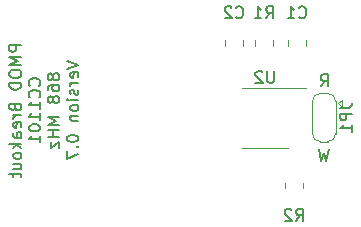
<source format=gbr>
%TF.GenerationSoftware,KiCad,Pcbnew,7.0.10*%
%TF.CreationDate,2024-01-17T20:38:39+01:00*%
%TF.ProjectId,C1101_868,43313130-315f-4383-9638-2e6b69636164,rev?*%
%TF.SameCoordinates,Original*%
%TF.FileFunction,Legend,Bot*%
%TF.FilePolarity,Positive*%
%FSLAX46Y46*%
G04 Gerber Fmt 4.6, Leading zero omitted, Abs format (unit mm)*
G04 Created by KiCad (PCBNEW 7.0.10) date 2024-01-17 20:38:39*
%MOMM*%
%LPD*%
G01*
G04 APERTURE LIST*
%ADD10C,0.150000*%
%ADD11C,0.120000*%
G04 APERTURE END LIST*
D10*
X120419819Y-43371190D02*
X119419819Y-43371190D01*
X119419819Y-43371190D02*
X119419819Y-43752142D01*
X119419819Y-43752142D02*
X119467438Y-43847380D01*
X119467438Y-43847380D02*
X119515057Y-43894999D01*
X119515057Y-43894999D02*
X119610295Y-43942618D01*
X119610295Y-43942618D02*
X119753152Y-43942618D01*
X119753152Y-43942618D02*
X119848390Y-43894999D01*
X119848390Y-43894999D02*
X119896009Y-43847380D01*
X119896009Y-43847380D02*
X119943628Y-43752142D01*
X119943628Y-43752142D02*
X119943628Y-43371190D01*
X120419819Y-44371190D02*
X119419819Y-44371190D01*
X119419819Y-44371190D02*
X120134104Y-44704523D01*
X120134104Y-44704523D02*
X119419819Y-45037856D01*
X119419819Y-45037856D02*
X120419819Y-45037856D01*
X119419819Y-45704523D02*
X119419819Y-45894999D01*
X119419819Y-45894999D02*
X119467438Y-45990237D01*
X119467438Y-45990237D02*
X119562676Y-46085475D01*
X119562676Y-46085475D02*
X119753152Y-46133094D01*
X119753152Y-46133094D02*
X120086485Y-46133094D01*
X120086485Y-46133094D02*
X120276961Y-46085475D01*
X120276961Y-46085475D02*
X120372200Y-45990237D01*
X120372200Y-45990237D02*
X120419819Y-45894999D01*
X120419819Y-45894999D02*
X120419819Y-45704523D01*
X120419819Y-45704523D02*
X120372200Y-45609285D01*
X120372200Y-45609285D02*
X120276961Y-45514047D01*
X120276961Y-45514047D02*
X120086485Y-45466428D01*
X120086485Y-45466428D02*
X119753152Y-45466428D01*
X119753152Y-45466428D02*
X119562676Y-45514047D01*
X119562676Y-45514047D02*
X119467438Y-45609285D01*
X119467438Y-45609285D02*
X119419819Y-45704523D01*
X120419819Y-46561666D02*
X119419819Y-46561666D01*
X119419819Y-46561666D02*
X119419819Y-46799761D01*
X119419819Y-46799761D02*
X119467438Y-46942618D01*
X119467438Y-46942618D02*
X119562676Y-47037856D01*
X119562676Y-47037856D02*
X119657914Y-47085475D01*
X119657914Y-47085475D02*
X119848390Y-47133094D01*
X119848390Y-47133094D02*
X119991247Y-47133094D01*
X119991247Y-47133094D02*
X120181723Y-47085475D01*
X120181723Y-47085475D02*
X120276961Y-47037856D01*
X120276961Y-47037856D02*
X120372200Y-46942618D01*
X120372200Y-46942618D02*
X120419819Y-46799761D01*
X120419819Y-46799761D02*
X120419819Y-46561666D01*
X119896009Y-48656904D02*
X119943628Y-48799761D01*
X119943628Y-48799761D02*
X119991247Y-48847380D01*
X119991247Y-48847380D02*
X120086485Y-48894999D01*
X120086485Y-48894999D02*
X120229342Y-48894999D01*
X120229342Y-48894999D02*
X120324580Y-48847380D01*
X120324580Y-48847380D02*
X120372200Y-48799761D01*
X120372200Y-48799761D02*
X120419819Y-48704523D01*
X120419819Y-48704523D02*
X120419819Y-48323571D01*
X120419819Y-48323571D02*
X119419819Y-48323571D01*
X119419819Y-48323571D02*
X119419819Y-48656904D01*
X119419819Y-48656904D02*
X119467438Y-48752142D01*
X119467438Y-48752142D02*
X119515057Y-48799761D01*
X119515057Y-48799761D02*
X119610295Y-48847380D01*
X119610295Y-48847380D02*
X119705533Y-48847380D01*
X119705533Y-48847380D02*
X119800771Y-48799761D01*
X119800771Y-48799761D02*
X119848390Y-48752142D01*
X119848390Y-48752142D02*
X119896009Y-48656904D01*
X119896009Y-48656904D02*
X119896009Y-48323571D01*
X120419819Y-49323571D02*
X119753152Y-49323571D01*
X119943628Y-49323571D02*
X119848390Y-49371190D01*
X119848390Y-49371190D02*
X119800771Y-49418809D01*
X119800771Y-49418809D02*
X119753152Y-49514047D01*
X119753152Y-49514047D02*
X119753152Y-49609285D01*
X120372200Y-50323571D02*
X120419819Y-50228333D01*
X120419819Y-50228333D02*
X120419819Y-50037857D01*
X120419819Y-50037857D02*
X120372200Y-49942619D01*
X120372200Y-49942619D02*
X120276961Y-49895000D01*
X120276961Y-49895000D02*
X119896009Y-49895000D01*
X119896009Y-49895000D02*
X119800771Y-49942619D01*
X119800771Y-49942619D02*
X119753152Y-50037857D01*
X119753152Y-50037857D02*
X119753152Y-50228333D01*
X119753152Y-50228333D02*
X119800771Y-50323571D01*
X119800771Y-50323571D02*
X119896009Y-50371190D01*
X119896009Y-50371190D02*
X119991247Y-50371190D01*
X119991247Y-50371190D02*
X120086485Y-49895000D01*
X120419819Y-51228333D02*
X119896009Y-51228333D01*
X119896009Y-51228333D02*
X119800771Y-51180714D01*
X119800771Y-51180714D02*
X119753152Y-51085476D01*
X119753152Y-51085476D02*
X119753152Y-50895000D01*
X119753152Y-50895000D02*
X119800771Y-50799762D01*
X120372200Y-51228333D02*
X120419819Y-51133095D01*
X120419819Y-51133095D02*
X120419819Y-50895000D01*
X120419819Y-50895000D02*
X120372200Y-50799762D01*
X120372200Y-50799762D02*
X120276961Y-50752143D01*
X120276961Y-50752143D02*
X120181723Y-50752143D01*
X120181723Y-50752143D02*
X120086485Y-50799762D01*
X120086485Y-50799762D02*
X120038866Y-50895000D01*
X120038866Y-50895000D02*
X120038866Y-51133095D01*
X120038866Y-51133095D02*
X119991247Y-51228333D01*
X120419819Y-51704524D02*
X119419819Y-51704524D01*
X120038866Y-51799762D02*
X120419819Y-52085476D01*
X119753152Y-52085476D02*
X120134104Y-51704524D01*
X120419819Y-52656905D02*
X120372200Y-52561667D01*
X120372200Y-52561667D02*
X120324580Y-52514048D01*
X120324580Y-52514048D02*
X120229342Y-52466429D01*
X120229342Y-52466429D02*
X119943628Y-52466429D01*
X119943628Y-52466429D02*
X119848390Y-52514048D01*
X119848390Y-52514048D02*
X119800771Y-52561667D01*
X119800771Y-52561667D02*
X119753152Y-52656905D01*
X119753152Y-52656905D02*
X119753152Y-52799762D01*
X119753152Y-52799762D02*
X119800771Y-52895000D01*
X119800771Y-52895000D02*
X119848390Y-52942619D01*
X119848390Y-52942619D02*
X119943628Y-52990238D01*
X119943628Y-52990238D02*
X120229342Y-52990238D01*
X120229342Y-52990238D02*
X120324580Y-52942619D01*
X120324580Y-52942619D02*
X120372200Y-52895000D01*
X120372200Y-52895000D02*
X120419819Y-52799762D01*
X120419819Y-52799762D02*
X120419819Y-52656905D01*
X119753152Y-53847381D02*
X120419819Y-53847381D01*
X119753152Y-53418810D02*
X120276961Y-53418810D01*
X120276961Y-53418810D02*
X120372200Y-53466429D01*
X120372200Y-53466429D02*
X120419819Y-53561667D01*
X120419819Y-53561667D02*
X120419819Y-53704524D01*
X120419819Y-53704524D02*
X120372200Y-53799762D01*
X120372200Y-53799762D02*
X120324580Y-53847381D01*
X119753152Y-54180715D02*
X119753152Y-54561667D01*
X119419819Y-54323572D02*
X120276961Y-54323572D01*
X120276961Y-54323572D02*
X120372200Y-54371191D01*
X120372200Y-54371191D02*
X120419819Y-54466429D01*
X120419819Y-54466429D02*
X120419819Y-54561667D01*
X121934580Y-46799761D02*
X121982200Y-46752142D01*
X121982200Y-46752142D02*
X122029819Y-46609285D01*
X122029819Y-46609285D02*
X122029819Y-46514047D01*
X122029819Y-46514047D02*
X121982200Y-46371190D01*
X121982200Y-46371190D02*
X121886961Y-46275952D01*
X121886961Y-46275952D02*
X121791723Y-46228333D01*
X121791723Y-46228333D02*
X121601247Y-46180714D01*
X121601247Y-46180714D02*
X121458390Y-46180714D01*
X121458390Y-46180714D02*
X121267914Y-46228333D01*
X121267914Y-46228333D02*
X121172676Y-46275952D01*
X121172676Y-46275952D02*
X121077438Y-46371190D01*
X121077438Y-46371190D02*
X121029819Y-46514047D01*
X121029819Y-46514047D02*
X121029819Y-46609285D01*
X121029819Y-46609285D02*
X121077438Y-46752142D01*
X121077438Y-46752142D02*
X121125057Y-46799761D01*
X121934580Y-47799761D02*
X121982200Y-47752142D01*
X121982200Y-47752142D02*
X122029819Y-47609285D01*
X122029819Y-47609285D02*
X122029819Y-47514047D01*
X122029819Y-47514047D02*
X121982200Y-47371190D01*
X121982200Y-47371190D02*
X121886961Y-47275952D01*
X121886961Y-47275952D02*
X121791723Y-47228333D01*
X121791723Y-47228333D02*
X121601247Y-47180714D01*
X121601247Y-47180714D02*
X121458390Y-47180714D01*
X121458390Y-47180714D02*
X121267914Y-47228333D01*
X121267914Y-47228333D02*
X121172676Y-47275952D01*
X121172676Y-47275952D02*
X121077438Y-47371190D01*
X121077438Y-47371190D02*
X121029819Y-47514047D01*
X121029819Y-47514047D02*
X121029819Y-47609285D01*
X121029819Y-47609285D02*
X121077438Y-47752142D01*
X121077438Y-47752142D02*
X121125057Y-47799761D01*
X122029819Y-48752142D02*
X122029819Y-48180714D01*
X122029819Y-48466428D02*
X121029819Y-48466428D01*
X121029819Y-48466428D02*
X121172676Y-48371190D01*
X121172676Y-48371190D02*
X121267914Y-48275952D01*
X121267914Y-48275952D02*
X121315533Y-48180714D01*
X122029819Y-49704523D02*
X122029819Y-49133095D01*
X122029819Y-49418809D02*
X121029819Y-49418809D01*
X121029819Y-49418809D02*
X121172676Y-49323571D01*
X121172676Y-49323571D02*
X121267914Y-49228333D01*
X121267914Y-49228333D02*
X121315533Y-49133095D01*
X121029819Y-50323571D02*
X121029819Y-50418809D01*
X121029819Y-50418809D02*
X121077438Y-50514047D01*
X121077438Y-50514047D02*
X121125057Y-50561666D01*
X121125057Y-50561666D02*
X121220295Y-50609285D01*
X121220295Y-50609285D02*
X121410771Y-50656904D01*
X121410771Y-50656904D02*
X121648866Y-50656904D01*
X121648866Y-50656904D02*
X121839342Y-50609285D01*
X121839342Y-50609285D02*
X121934580Y-50561666D01*
X121934580Y-50561666D02*
X121982200Y-50514047D01*
X121982200Y-50514047D02*
X122029819Y-50418809D01*
X122029819Y-50418809D02*
X122029819Y-50323571D01*
X122029819Y-50323571D02*
X121982200Y-50228333D01*
X121982200Y-50228333D02*
X121934580Y-50180714D01*
X121934580Y-50180714D02*
X121839342Y-50133095D01*
X121839342Y-50133095D02*
X121648866Y-50085476D01*
X121648866Y-50085476D02*
X121410771Y-50085476D01*
X121410771Y-50085476D02*
X121220295Y-50133095D01*
X121220295Y-50133095D02*
X121125057Y-50180714D01*
X121125057Y-50180714D02*
X121077438Y-50228333D01*
X121077438Y-50228333D02*
X121029819Y-50323571D01*
X122029819Y-51609285D02*
X122029819Y-51037857D01*
X122029819Y-51323571D02*
X121029819Y-51323571D01*
X121029819Y-51323571D02*
X121172676Y-51228333D01*
X121172676Y-51228333D02*
X121267914Y-51133095D01*
X121267914Y-51133095D02*
X121315533Y-51037857D01*
X123068390Y-45966428D02*
X123020771Y-45871190D01*
X123020771Y-45871190D02*
X122973152Y-45823571D01*
X122973152Y-45823571D02*
X122877914Y-45775952D01*
X122877914Y-45775952D02*
X122830295Y-45775952D01*
X122830295Y-45775952D02*
X122735057Y-45823571D01*
X122735057Y-45823571D02*
X122687438Y-45871190D01*
X122687438Y-45871190D02*
X122639819Y-45966428D01*
X122639819Y-45966428D02*
X122639819Y-46156904D01*
X122639819Y-46156904D02*
X122687438Y-46252142D01*
X122687438Y-46252142D02*
X122735057Y-46299761D01*
X122735057Y-46299761D02*
X122830295Y-46347380D01*
X122830295Y-46347380D02*
X122877914Y-46347380D01*
X122877914Y-46347380D02*
X122973152Y-46299761D01*
X122973152Y-46299761D02*
X123020771Y-46252142D01*
X123020771Y-46252142D02*
X123068390Y-46156904D01*
X123068390Y-46156904D02*
X123068390Y-45966428D01*
X123068390Y-45966428D02*
X123116009Y-45871190D01*
X123116009Y-45871190D02*
X123163628Y-45823571D01*
X123163628Y-45823571D02*
X123258866Y-45775952D01*
X123258866Y-45775952D02*
X123449342Y-45775952D01*
X123449342Y-45775952D02*
X123544580Y-45823571D01*
X123544580Y-45823571D02*
X123592200Y-45871190D01*
X123592200Y-45871190D02*
X123639819Y-45966428D01*
X123639819Y-45966428D02*
X123639819Y-46156904D01*
X123639819Y-46156904D02*
X123592200Y-46252142D01*
X123592200Y-46252142D02*
X123544580Y-46299761D01*
X123544580Y-46299761D02*
X123449342Y-46347380D01*
X123449342Y-46347380D02*
X123258866Y-46347380D01*
X123258866Y-46347380D02*
X123163628Y-46299761D01*
X123163628Y-46299761D02*
X123116009Y-46252142D01*
X123116009Y-46252142D02*
X123068390Y-46156904D01*
X122639819Y-47204523D02*
X122639819Y-47014047D01*
X122639819Y-47014047D02*
X122687438Y-46918809D01*
X122687438Y-46918809D02*
X122735057Y-46871190D01*
X122735057Y-46871190D02*
X122877914Y-46775952D01*
X122877914Y-46775952D02*
X123068390Y-46728333D01*
X123068390Y-46728333D02*
X123449342Y-46728333D01*
X123449342Y-46728333D02*
X123544580Y-46775952D01*
X123544580Y-46775952D02*
X123592200Y-46823571D01*
X123592200Y-46823571D02*
X123639819Y-46918809D01*
X123639819Y-46918809D02*
X123639819Y-47109285D01*
X123639819Y-47109285D02*
X123592200Y-47204523D01*
X123592200Y-47204523D02*
X123544580Y-47252142D01*
X123544580Y-47252142D02*
X123449342Y-47299761D01*
X123449342Y-47299761D02*
X123211247Y-47299761D01*
X123211247Y-47299761D02*
X123116009Y-47252142D01*
X123116009Y-47252142D02*
X123068390Y-47204523D01*
X123068390Y-47204523D02*
X123020771Y-47109285D01*
X123020771Y-47109285D02*
X123020771Y-46918809D01*
X123020771Y-46918809D02*
X123068390Y-46823571D01*
X123068390Y-46823571D02*
X123116009Y-46775952D01*
X123116009Y-46775952D02*
X123211247Y-46728333D01*
X123068390Y-47871190D02*
X123020771Y-47775952D01*
X123020771Y-47775952D02*
X122973152Y-47728333D01*
X122973152Y-47728333D02*
X122877914Y-47680714D01*
X122877914Y-47680714D02*
X122830295Y-47680714D01*
X122830295Y-47680714D02*
X122735057Y-47728333D01*
X122735057Y-47728333D02*
X122687438Y-47775952D01*
X122687438Y-47775952D02*
X122639819Y-47871190D01*
X122639819Y-47871190D02*
X122639819Y-48061666D01*
X122639819Y-48061666D02*
X122687438Y-48156904D01*
X122687438Y-48156904D02*
X122735057Y-48204523D01*
X122735057Y-48204523D02*
X122830295Y-48252142D01*
X122830295Y-48252142D02*
X122877914Y-48252142D01*
X122877914Y-48252142D02*
X122973152Y-48204523D01*
X122973152Y-48204523D02*
X123020771Y-48156904D01*
X123020771Y-48156904D02*
X123068390Y-48061666D01*
X123068390Y-48061666D02*
X123068390Y-47871190D01*
X123068390Y-47871190D02*
X123116009Y-47775952D01*
X123116009Y-47775952D02*
X123163628Y-47728333D01*
X123163628Y-47728333D02*
X123258866Y-47680714D01*
X123258866Y-47680714D02*
X123449342Y-47680714D01*
X123449342Y-47680714D02*
X123544580Y-47728333D01*
X123544580Y-47728333D02*
X123592200Y-47775952D01*
X123592200Y-47775952D02*
X123639819Y-47871190D01*
X123639819Y-47871190D02*
X123639819Y-48061666D01*
X123639819Y-48061666D02*
X123592200Y-48156904D01*
X123592200Y-48156904D02*
X123544580Y-48204523D01*
X123544580Y-48204523D02*
X123449342Y-48252142D01*
X123449342Y-48252142D02*
X123258866Y-48252142D01*
X123258866Y-48252142D02*
X123163628Y-48204523D01*
X123163628Y-48204523D02*
X123116009Y-48156904D01*
X123116009Y-48156904D02*
X123068390Y-48061666D01*
X123639819Y-49442619D02*
X122639819Y-49442619D01*
X122639819Y-49442619D02*
X123354104Y-49775952D01*
X123354104Y-49775952D02*
X122639819Y-50109285D01*
X122639819Y-50109285D02*
X123639819Y-50109285D01*
X123639819Y-50585476D02*
X122639819Y-50585476D01*
X123116009Y-50585476D02*
X123116009Y-51156904D01*
X123639819Y-51156904D02*
X122639819Y-51156904D01*
X122973152Y-51537857D02*
X122973152Y-52061666D01*
X122973152Y-52061666D02*
X123639819Y-51537857D01*
X123639819Y-51537857D02*
X123639819Y-52061666D01*
X124249819Y-44704524D02*
X125249819Y-45037857D01*
X125249819Y-45037857D02*
X124249819Y-45371190D01*
X125202200Y-46085476D02*
X125249819Y-45990238D01*
X125249819Y-45990238D02*
X125249819Y-45799762D01*
X125249819Y-45799762D02*
X125202200Y-45704524D01*
X125202200Y-45704524D02*
X125106961Y-45656905D01*
X125106961Y-45656905D02*
X124726009Y-45656905D01*
X124726009Y-45656905D02*
X124630771Y-45704524D01*
X124630771Y-45704524D02*
X124583152Y-45799762D01*
X124583152Y-45799762D02*
X124583152Y-45990238D01*
X124583152Y-45990238D02*
X124630771Y-46085476D01*
X124630771Y-46085476D02*
X124726009Y-46133095D01*
X124726009Y-46133095D02*
X124821247Y-46133095D01*
X124821247Y-46133095D02*
X124916485Y-45656905D01*
X125249819Y-46561667D02*
X124583152Y-46561667D01*
X124773628Y-46561667D02*
X124678390Y-46609286D01*
X124678390Y-46609286D02*
X124630771Y-46656905D01*
X124630771Y-46656905D02*
X124583152Y-46752143D01*
X124583152Y-46752143D02*
X124583152Y-46847381D01*
X125202200Y-47133096D02*
X125249819Y-47228334D01*
X125249819Y-47228334D02*
X125249819Y-47418810D01*
X125249819Y-47418810D02*
X125202200Y-47514048D01*
X125202200Y-47514048D02*
X125106961Y-47561667D01*
X125106961Y-47561667D02*
X125059342Y-47561667D01*
X125059342Y-47561667D02*
X124964104Y-47514048D01*
X124964104Y-47514048D02*
X124916485Y-47418810D01*
X124916485Y-47418810D02*
X124916485Y-47275953D01*
X124916485Y-47275953D02*
X124868866Y-47180715D01*
X124868866Y-47180715D02*
X124773628Y-47133096D01*
X124773628Y-47133096D02*
X124726009Y-47133096D01*
X124726009Y-47133096D02*
X124630771Y-47180715D01*
X124630771Y-47180715D02*
X124583152Y-47275953D01*
X124583152Y-47275953D02*
X124583152Y-47418810D01*
X124583152Y-47418810D02*
X124630771Y-47514048D01*
X125249819Y-47990239D02*
X124583152Y-47990239D01*
X124249819Y-47990239D02*
X124297438Y-47942620D01*
X124297438Y-47942620D02*
X124345057Y-47990239D01*
X124345057Y-47990239D02*
X124297438Y-48037858D01*
X124297438Y-48037858D02*
X124249819Y-47990239D01*
X124249819Y-47990239D02*
X124345057Y-47990239D01*
X125249819Y-48609286D02*
X125202200Y-48514048D01*
X125202200Y-48514048D02*
X125154580Y-48466429D01*
X125154580Y-48466429D02*
X125059342Y-48418810D01*
X125059342Y-48418810D02*
X124773628Y-48418810D01*
X124773628Y-48418810D02*
X124678390Y-48466429D01*
X124678390Y-48466429D02*
X124630771Y-48514048D01*
X124630771Y-48514048D02*
X124583152Y-48609286D01*
X124583152Y-48609286D02*
X124583152Y-48752143D01*
X124583152Y-48752143D02*
X124630771Y-48847381D01*
X124630771Y-48847381D02*
X124678390Y-48895000D01*
X124678390Y-48895000D02*
X124773628Y-48942619D01*
X124773628Y-48942619D02*
X125059342Y-48942619D01*
X125059342Y-48942619D02*
X125154580Y-48895000D01*
X125154580Y-48895000D02*
X125202200Y-48847381D01*
X125202200Y-48847381D02*
X125249819Y-48752143D01*
X125249819Y-48752143D02*
X125249819Y-48609286D01*
X124583152Y-49371191D02*
X125249819Y-49371191D01*
X124678390Y-49371191D02*
X124630771Y-49418810D01*
X124630771Y-49418810D02*
X124583152Y-49514048D01*
X124583152Y-49514048D02*
X124583152Y-49656905D01*
X124583152Y-49656905D02*
X124630771Y-49752143D01*
X124630771Y-49752143D02*
X124726009Y-49799762D01*
X124726009Y-49799762D02*
X125249819Y-49799762D01*
X124249819Y-51228334D02*
X124249819Y-51323572D01*
X124249819Y-51323572D02*
X124297438Y-51418810D01*
X124297438Y-51418810D02*
X124345057Y-51466429D01*
X124345057Y-51466429D02*
X124440295Y-51514048D01*
X124440295Y-51514048D02*
X124630771Y-51561667D01*
X124630771Y-51561667D02*
X124868866Y-51561667D01*
X124868866Y-51561667D02*
X125059342Y-51514048D01*
X125059342Y-51514048D02*
X125154580Y-51466429D01*
X125154580Y-51466429D02*
X125202200Y-51418810D01*
X125202200Y-51418810D02*
X125249819Y-51323572D01*
X125249819Y-51323572D02*
X125249819Y-51228334D01*
X125249819Y-51228334D02*
X125202200Y-51133096D01*
X125202200Y-51133096D02*
X125154580Y-51085477D01*
X125154580Y-51085477D02*
X125059342Y-51037858D01*
X125059342Y-51037858D02*
X124868866Y-50990239D01*
X124868866Y-50990239D02*
X124630771Y-50990239D01*
X124630771Y-50990239D02*
X124440295Y-51037858D01*
X124440295Y-51037858D02*
X124345057Y-51085477D01*
X124345057Y-51085477D02*
X124297438Y-51133096D01*
X124297438Y-51133096D02*
X124249819Y-51228334D01*
X125154580Y-51990239D02*
X125202200Y-52037858D01*
X125202200Y-52037858D02*
X125249819Y-51990239D01*
X125249819Y-51990239D02*
X125202200Y-51942620D01*
X125202200Y-51942620D02*
X125154580Y-51990239D01*
X125154580Y-51990239D02*
X125249819Y-51990239D01*
X124249819Y-52371191D02*
X124249819Y-53037857D01*
X124249819Y-53037857D02*
X125249819Y-52609286D01*
X146443458Y-52209819D02*
X146205363Y-53209819D01*
X146205363Y-53209819D02*
X146014887Y-52495533D01*
X146014887Y-52495533D02*
X145824411Y-53209819D01*
X145824411Y-53209819D02*
X145586316Y-52209819D01*
X145776792Y-46859819D02*
X146110125Y-46383628D01*
X146348220Y-46859819D02*
X146348220Y-45859819D01*
X146348220Y-45859819D02*
X145967268Y-45859819D01*
X145967268Y-45859819D02*
X145872030Y-45907438D01*
X145872030Y-45907438D02*
X145824411Y-45955057D01*
X145824411Y-45955057D02*
X145776792Y-46050295D01*
X145776792Y-46050295D02*
X145776792Y-46193152D01*
X145776792Y-46193152D02*
X145824411Y-46288390D01*
X145824411Y-46288390D02*
X145872030Y-46336009D01*
X145872030Y-46336009D02*
X145967268Y-46383628D01*
X145967268Y-46383628D02*
X146348220Y-46383628D01*
X147409819Y-48696666D02*
X148124104Y-48696666D01*
X148124104Y-48696666D02*
X148266961Y-48649047D01*
X148266961Y-48649047D02*
X148362200Y-48553809D01*
X148362200Y-48553809D02*
X148409819Y-48410952D01*
X148409819Y-48410952D02*
X148409819Y-48315714D01*
X148409819Y-49172857D02*
X147409819Y-49172857D01*
X147409819Y-49172857D02*
X147409819Y-49553809D01*
X147409819Y-49553809D02*
X147457438Y-49649047D01*
X147457438Y-49649047D02*
X147505057Y-49696666D01*
X147505057Y-49696666D02*
X147600295Y-49744285D01*
X147600295Y-49744285D02*
X147743152Y-49744285D01*
X147743152Y-49744285D02*
X147838390Y-49696666D01*
X147838390Y-49696666D02*
X147886009Y-49649047D01*
X147886009Y-49649047D02*
X147933628Y-49553809D01*
X147933628Y-49553809D02*
X147933628Y-49172857D01*
X148409819Y-50696666D02*
X148409819Y-50125238D01*
X148409819Y-50410952D02*
X147409819Y-50410952D01*
X147409819Y-50410952D02*
X147552676Y-50315714D01*
X147552676Y-50315714D02*
X147647914Y-50220476D01*
X147647914Y-50220476D02*
X147695533Y-50125238D01*
X143930666Y-40999580D02*
X143978285Y-41047200D01*
X143978285Y-41047200D02*
X144121142Y-41094819D01*
X144121142Y-41094819D02*
X144216380Y-41094819D01*
X144216380Y-41094819D02*
X144359237Y-41047200D01*
X144359237Y-41047200D02*
X144454475Y-40951961D01*
X144454475Y-40951961D02*
X144502094Y-40856723D01*
X144502094Y-40856723D02*
X144549713Y-40666247D01*
X144549713Y-40666247D02*
X144549713Y-40523390D01*
X144549713Y-40523390D02*
X144502094Y-40332914D01*
X144502094Y-40332914D02*
X144454475Y-40237676D01*
X144454475Y-40237676D02*
X144359237Y-40142438D01*
X144359237Y-40142438D02*
X144216380Y-40094819D01*
X144216380Y-40094819D02*
X144121142Y-40094819D01*
X144121142Y-40094819D02*
X143978285Y-40142438D01*
X143978285Y-40142438D02*
X143930666Y-40190057D01*
X142978285Y-41094819D02*
X143549713Y-41094819D01*
X143263999Y-41094819D02*
X143263999Y-40094819D01*
X143263999Y-40094819D02*
X143359237Y-40237676D01*
X143359237Y-40237676D02*
X143454475Y-40332914D01*
X143454475Y-40332914D02*
X143549713Y-40380533D01*
X143676666Y-58239819D02*
X144009999Y-57763628D01*
X144248094Y-58239819D02*
X144248094Y-57239819D01*
X144248094Y-57239819D02*
X143867142Y-57239819D01*
X143867142Y-57239819D02*
X143771904Y-57287438D01*
X143771904Y-57287438D02*
X143724285Y-57335057D01*
X143724285Y-57335057D02*
X143676666Y-57430295D01*
X143676666Y-57430295D02*
X143676666Y-57573152D01*
X143676666Y-57573152D02*
X143724285Y-57668390D01*
X143724285Y-57668390D02*
X143771904Y-57716009D01*
X143771904Y-57716009D02*
X143867142Y-57763628D01*
X143867142Y-57763628D02*
X144248094Y-57763628D01*
X143295713Y-57335057D02*
X143248094Y-57287438D01*
X143248094Y-57287438D02*
X143152856Y-57239819D01*
X143152856Y-57239819D02*
X142914761Y-57239819D01*
X142914761Y-57239819D02*
X142819523Y-57287438D01*
X142819523Y-57287438D02*
X142771904Y-57335057D01*
X142771904Y-57335057D02*
X142724285Y-57430295D01*
X142724285Y-57430295D02*
X142724285Y-57525533D01*
X142724285Y-57525533D02*
X142771904Y-57668390D01*
X142771904Y-57668390D02*
X143343332Y-58239819D01*
X143343332Y-58239819D02*
X142724285Y-58239819D01*
X141136666Y-41094819D02*
X141469999Y-40618628D01*
X141708094Y-41094819D02*
X141708094Y-40094819D01*
X141708094Y-40094819D02*
X141327142Y-40094819D01*
X141327142Y-40094819D02*
X141231904Y-40142438D01*
X141231904Y-40142438D02*
X141184285Y-40190057D01*
X141184285Y-40190057D02*
X141136666Y-40285295D01*
X141136666Y-40285295D02*
X141136666Y-40428152D01*
X141136666Y-40428152D02*
X141184285Y-40523390D01*
X141184285Y-40523390D02*
X141231904Y-40571009D01*
X141231904Y-40571009D02*
X141327142Y-40618628D01*
X141327142Y-40618628D02*
X141708094Y-40618628D01*
X140184285Y-41094819D02*
X140755713Y-41094819D01*
X140469999Y-41094819D02*
X140469999Y-40094819D01*
X140469999Y-40094819D02*
X140565237Y-40237676D01*
X140565237Y-40237676D02*
X140660475Y-40332914D01*
X140660475Y-40332914D02*
X140755713Y-40380533D01*
X138596666Y-40999580D02*
X138644285Y-41047200D01*
X138644285Y-41047200D02*
X138787142Y-41094819D01*
X138787142Y-41094819D02*
X138882380Y-41094819D01*
X138882380Y-41094819D02*
X139025237Y-41047200D01*
X139025237Y-41047200D02*
X139120475Y-40951961D01*
X139120475Y-40951961D02*
X139168094Y-40856723D01*
X139168094Y-40856723D02*
X139215713Y-40666247D01*
X139215713Y-40666247D02*
X139215713Y-40523390D01*
X139215713Y-40523390D02*
X139168094Y-40332914D01*
X139168094Y-40332914D02*
X139120475Y-40237676D01*
X139120475Y-40237676D02*
X139025237Y-40142438D01*
X139025237Y-40142438D02*
X138882380Y-40094819D01*
X138882380Y-40094819D02*
X138787142Y-40094819D01*
X138787142Y-40094819D02*
X138644285Y-40142438D01*
X138644285Y-40142438D02*
X138596666Y-40190057D01*
X138215713Y-40190057D02*
X138168094Y-40142438D01*
X138168094Y-40142438D02*
X138072856Y-40094819D01*
X138072856Y-40094819D02*
X137834761Y-40094819D01*
X137834761Y-40094819D02*
X137739523Y-40142438D01*
X137739523Y-40142438D02*
X137691904Y-40190057D01*
X137691904Y-40190057D02*
X137644285Y-40285295D01*
X137644285Y-40285295D02*
X137644285Y-40380533D01*
X137644285Y-40380533D02*
X137691904Y-40523390D01*
X137691904Y-40523390D02*
X138263332Y-41094819D01*
X138263332Y-41094819D02*
X137644285Y-41094819D01*
X141816904Y-45584819D02*
X141816904Y-46394342D01*
X141816904Y-46394342D02*
X141769285Y-46489580D01*
X141769285Y-46489580D02*
X141721666Y-46537200D01*
X141721666Y-46537200D02*
X141626428Y-46584819D01*
X141626428Y-46584819D02*
X141435952Y-46584819D01*
X141435952Y-46584819D02*
X141340714Y-46537200D01*
X141340714Y-46537200D02*
X141293095Y-46489580D01*
X141293095Y-46489580D02*
X141245476Y-46394342D01*
X141245476Y-46394342D02*
X141245476Y-45584819D01*
X140816904Y-45680057D02*
X140769285Y-45632438D01*
X140769285Y-45632438D02*
X140674047Y-45584819D01*
X140674047Y-45584819D02*
X140435952Y-45584819D01*
X140435952Y-45584819D02*
X140340714Y-45632438D01*
X140340714Y-45632438D02*
X140293095Y-45680057D01*
X140293095Y-45680057D02*
X140245476Y-45775295D01*
X140245476Y-45775295D02*
X140245476Y-45870533D01*
X140245476Y-45870533D02*
X140293095Y-46013390D01*
X140293095Y-46013390D02*
X140864523Y-46584819D01*
X140864523Y-46584819D02*
X140245476Y-46584819D01*
D11*
%TO.C,JP1*%
X145050000Y-50850000D02*
G75*
G03*
X145750000Y-51550000I700000J0D01*
G01*
X146350000Y-51550000D02*
G75*
G03*
X147050000Y-50850000I0J700000D01*
G01*
X145750000Y-47450000D02*
G75*
G03*
X145050000Y-48150000I-1J-699999D01*
G01*
X147050000Y-48150000D02*
G75*
G03*
X146350000Y-47450000I-699999J1D01*
G01*
X145750000Y-51550000D02*
X146350000Y-51550000D01*
X147050000Y-50900000D02*
X147050000Y-48100000D01*
X147250000Y-48300000D02*
X147550000Y-48600000D01*
X147250000Y-48300000D02*
X147550000Y-48000000D01*
X145050000Y-48100000D02*
X145050000Y-50900000D01*
X147550000Y-48000000D02*
X147550000Y-48600000D01*
X146350000Y-47450000D02*
X145750000Y-47450000D01*
%TO.C,C1*%
X143029000Y-42918748D02*
X143029000Y-43441252D01*
X144499000Y-42918748D02*
X144499000Y-43441252D01*
%TO.C,R2*%
X142775000Y-55017936D02*
X142775000Y-55472064D01*
X144245000Y-55017936D02*
X144245000Y-55472064D01*
%TO.C,R1*%
X140235000Y-42952936D02*
X140235000Y-43407064D01*
X141705000Y-42952936D02*
X141705000Y-43407064D01*
%TO.C,C2*%
X139165000Y-43441252D02*
X139165000Y-42918748D01*
X137695000Y-43441252D02*
X137695000Y-42918748D01*
%TO.C,U2*%
X141055000Y-46970000D02*
X139105000Y-46970000D01*
X141055000Y-46970000D02*
X144505000Y-46970000D01*
X141055000Y-52090000D02*
X139105000Y-52090000D01*
X141055000Y-52090000D02*
X143005000Y-52090000D01*
%TD*%
M02*

</source>
